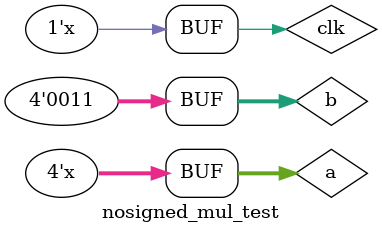
<source format=v>
`timescale 1ns / 1ps

module nosigned_mul_test();
    parameter WIDTH_A = 4;
    parameter WIDTH_B = 4;

    reg [WIDTH_A-1:0]a;
    reg [WIDTH_B-1:0]b;
    reg enable;
    reg clk;

    wire[WIDTH_A+WIDTH_B-1:0]res;
    wire ready;
    
    initial begin
        clk=0;
        #3;enable=1;a=4'd1;b=4'd3;
        #3;enable=0;//6ns enable=0 
    end
    always @(*) begin
        if (ready) begin//10s后是上升沿
            #5;
            enable=1;
            a=a+1;
            #6;enable=0;
        end
    end
    always #5 clk=~clk;
    nosigned_mul # (
    .WIDTH_A(WIDTH_A),
    .WIDTH_B(WIDTH_B)
    )
    nosigned_mul_inst (
        .a(a),
        .b(b),
        .enable(enable),
        .clk(clk),
        .res(res),
        .ready(ready)
    );
endmodule

</source>
